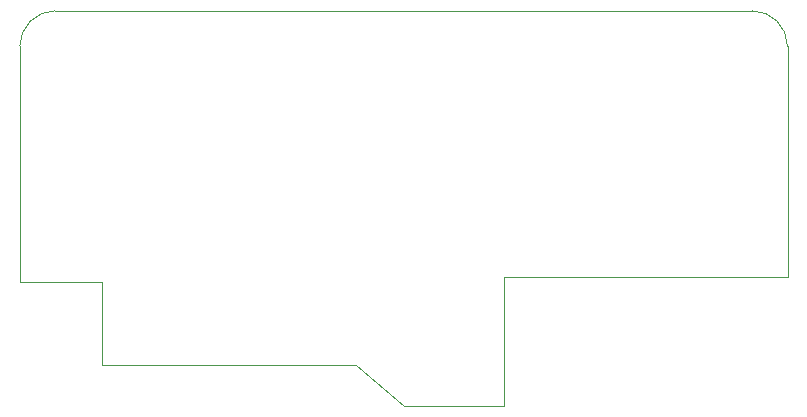
<source format=gm1>
G04 #@! TF.GenerationSoftware,KiCad,Pcbnew,8.0.7*
G04 #@! TF.CreationDate,2024-12-27T16:52:24+10:00*
G04 #@! TF.ProjectId,Input Board,496e7075-7420-4426-9f61-72642e6b6963,rev?*
G04 #@! TF.SameCoordinates,Original*
G04 #@! TF.FileFunction,Profile,NP*
%FSLAX46Y46*%
G04 Gerber Fmt 4.6, Leading zero omitted, Abs format (unit mm)*
G04 Created by KiCad (PCBNEW 8.0.7) date 2024-12-27 16:52:24*
%MOMM*%
%LPD*%
G01*
G04 APERTURE LIST*
G04 #@! TA.AperFunction,Profile*
%ADD10C,0.100000*%
G04 #@! TD*
G04 APERTURE END LIST*
D10*
X141000000Y-66500000D02*
X165000000Y-66500000D01*
X141000000Y-77500000D02*
X141000000Y-66500000D01*
X132500000Y-77500000D02*
X141000000Y-77500000D01*
X100000000Y-63000000D02*
X100000000Y-67000000D01*
X128500000Y-74000000D02*
X132500000Y-77500000D01*
X107000000Y-74000000D02*
X128500000Y-74000000D01*
X107000000Y-67000000D02*
X107000000Y-74000000D01*
X100000000Y-67000000D02*
X107000000Y-67000000D01*
X165000000Y-47000000D02*
X165000000Y-66500000D01*
X162000000Y-44000000D02*
G75*
G02*
X165000000Y-47000000I0J-3000000D01*
G01*
X100000000Y-47000000D02*
X100000000Y-63000000D01*
X100000000Y-47000000D02*
G75*
G02*
X103000000Y-44000000I3000000J0D01*
G01*
X162000000Y-44000000D02*
X103000000Y-44000000D01*
M02*

</source>
